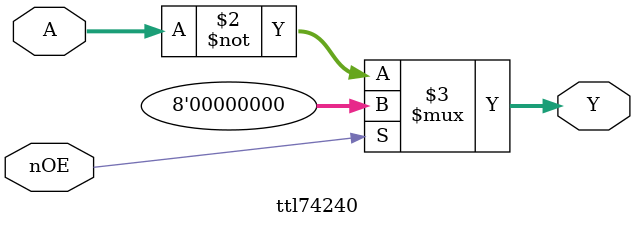
<source format=v>
`timescale 1ns / 1ps
/************************************************************************
	 ttl74240.v

	 TTL 74240 logic for BeebSCSI
    BeebSCSI - BBC Micro SCSI Drive Emulator
    Copyright (C) 2016 Simon Inns

	 This file is part of BeebSCSI.

    BeebSCSI is free software: you can redistribute it and/or modify
	 it under the terms of the GNU General Public License as published by
	 the Free Software Foundation, either version 3 of the License, or
	 (at your option) any later version.

    This program is distributed in the hope that it will be useful,
    but WITHOUT ANY WARRANTY; without even the implied warranty of
    MERCHANTABILITY or FITNESS FOR A PARTICULAR PURPOSE.  See the
    GNU General Public License for more details.

    You should have received a copy of the GNU General Public License
    along with this program.  If not, see <http://www.gnu.org/licenses/>.

	 Email: simon.inns@gmail.com

************************************************************************/
module ttl74240(
	input [7:0] A,
	input nOE,
	output [7:0] Y
	);

	// The 74LS240 buffer IC is not clocked, so here we have to use combinational
	// logic to emulate it.
	
	// Since this module is buried we can't high-Z, so instead we set
	// the output to zero (we have to rely on the databus bidirectional control)
	assign Y = (~nOE) ? ~A : 8'b0;

endmodule

</source>
